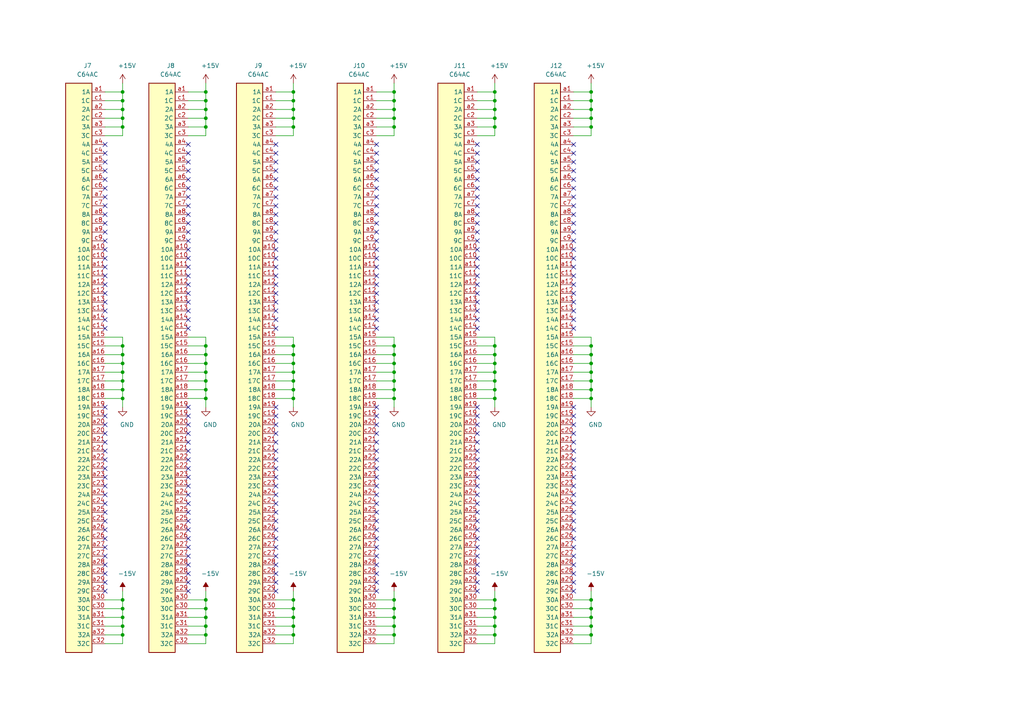
<source format=kicad_sch>
(kicad_sch (version 20230121) (generator eeschema)
  (paper "A4")
  (title_block (title "19\" DIN 41612 Backplane") (date "2020-12-05") (rev "v1.0.0") (comment 1 "Copyright (©) 2020, Patrick Baus <patrick.baus@physik.tu-darmstadt.de>") (comment 2 "Licensed under CERN OHL v.1.2"))
  (lib_symbols
    (symbol "Connector_DIN:C64AC"
      (property "Reference" "J" (at 0 85.09 0))
      (property "Value" "C64AC" (at 6.35 1.27 90))
      (symbol "C64AC_0_1"
        (rectangle (start -3.81 -81.28) (end 3.81 83.82) (stroke (width 0.254)) (fill (type background)))
      )
      (symbol "C64AC_1_1"
        (pin passive line (at -7.62 81.28 0) (length 3.81) (name "1A") (number "a1"))
        (pin passive line (at -7.62 35.56 0) (length 3.81) (name "10A") (number "a10"))
        (pin passive line (at -7.62 30.48 0) (length 3.81) (name "11A") (number "a11"))
        (pin passive line (at -7.62 25.4 0) (length 3.81) (name "12A") (number "a12"))
        (pin passive line (at -7.62 20.32 0) (length 3.81) (name "13A") (number "a13"))
        (pin passive line (at -7.62 15.24 0) (length 3.81) (name "14A") (number "a14"))
        (pin passive line (at -7.62 10.16 0) (length 3.81) (name "15A") (number "a15"))
        (pin passive line (at -7.62 5.08 0) (length 3.81) (name "16A") (number "a16"))
        (pin passive line (at -7.62 0 0) (length 3.81) (name "17A") (number "a17"))
        (pin passive line (at -7.62 -5.08 0) (length 3.81) (name "18A") (number "a18"))
        (pin passive line (at -7.62 -10.16 0) (length 3.81) (name "19A") (number "a19"))
        (pin passive line (at -7.62 76.2 0) (length 3.81) (name "2A") (number "a2"))
        (pin passive line (at -7.62 -15.24 0) (length 3.81) (name "20A") (number "a20"))
        (pin passive line (at -7.62 -20.32 0) (length 3.81) (name "21A") (number "a21"))
        (pin passive line (at -7.62 -25.4 0) (length 3.81) (name "22A") (number "a22"))
        (pin passive line (at -7.62 -30.48 0) (length 3.81) (name "23A") (number "a23"))
        (pin passive line (at -7.62 -35.56 0) (length 3.81) (name "24A") (number "a24"))
        (pin passive line (at -7.62 -40.64 0) (length 3.81) (name "25A") (number "a25"))
        (pin passive line (at -7.62 -45.72 0) (length 3.81) (name "26A") (number "a26"))
        (pin passive line (at -7.62 -50.8 0) (length 3.81) (name "27A") (number "a27"))
        (pin passive line (at -7.62 -55.88 0) (length 3.81) (name "28A") (number "a28"))
        (pin passive line (at -7.62 -60.96 0) (length 3.81) (name "29A") (number "a29"))
        (pin passive line (at -7.62 71.12 0) (length 3.81) (name "3A") (number "a3"))
        (pin passive line (at -7.62 -66.04 0) (length 3.81) (name "30A") (number "a30"))
        (pin passive line (at -7.62 -71.12 0) (length 3.81) (name "31A") (number "a31"))
        (pin passive line (at -7.62 -76.2 0) (length 3.81) (name "32A") (number "a32"))
        (pin passive line (at -7.62 66.04 0) (length 3.81) (name "4A") (number "a4"))
        (pin passive line (at -7.62 60.96 0) (length 3.81) (name "5A") (number "a5"))
        (pin passive line (at -7.62 55.88 0) (length 3.81) (name "6A") (number "a6"))
        (pin passive line (at -7.62 50.8 0) (length 3.81) (name "7A") (number "a7"))
        (pin passive line (at -7.62 45.72 0) (length 3.81) (name "8A") (number "a8"))
        (pin passive line (at -7.62 40.64 0) (length 3.81) (name "9A") (number "a9"))
        (pin passive line (at -7.62 78.74 0) (length 3.81) (name "1C") (number "c1"))
        (pin passive line (at -7.62 33.02 0) (length 3.81) (name "10C") (number "c10"))
        (pin passive line (at -7.62 27.94 0) (length 3.81) (name "11C") (number "c11"))
        (pin passive line (at -7.62 22.86 0) (length 3.81) (name "12C") (number "c12"))
        (pin passive line (at -7.62 17.78 0) (length 3.81) (name "13C") (number "c13"))
        (pin passive line (at -7.62 12.7 0) (length 3.81) (name "14C") (number "c14"))
        (pin passive line (at -7.62 7.62 0) (length 3.81) (name "15C") (number "c15"))
        (pin passive line (at -7.62 2.54 0) (length 3.81) (name "16C") (number "c16"))
        (pin passive line (at -7.62 -2.54 0) (length 3.81) (name "17C") (number "c17"))
        (pin passive line (at -7.62 -7.62 0) (length 3.81) (name "18C") (number "c18"))
        (pin passive line (at -7.62 -12.7 0) (length 3.81) (name "19C") (number "c19"))
        (pin passive line (at -7.62 73.66 0) (length 3.81) (name "2C") (number "c2"))
        (pin passive line (at -7.62 -17.78 0) (length 3.81) (name "20C") (number "c20"))
        (pin passive line (at -7.62 -22.86 0) (length 3.81) (name "21C") (number "c21"))
        (pin passive line (at -7.62 -27.94 0) (length 3.81) (name "22C") (number "c22"))
        (pin passive line (at -7.62 -33.02 0) (length 3.81) (name "23C") (number "c23"))
        (pin passive line (at -7.62 -38.1 0) (length 3.81) (name "24C") (number "c24"))
        (pin passive line (at -7.62 -43.18 0) (length 3.81) (name "25C") (number "c25"))
        (pin passive line (at -7.62 -48.26 0) (length 3.81) (name "26C") (number "c26"))
        (pin passive line (at -7.62 -53.34 0) (length 3.81) (name "27C") (number "c27"))
        (pin passive line (at -7.62 -58.42 0) (length 3.81) (name "28C") (number "c28"))
        (pin passive line (at -7.62 -63.5 0) (length 3.81) (name "29C") (number "c29"))
        (pin passive line (at -7.62 68.58 0) (length 3.81) (name "3C") (number "c3"))
        (pin passive line (at -7.62 -68.58 0) (length 3.81) (name "30C") (number "c30"))
        (pin passive line (at -7.62 -73.66 0) (length 3.81) (name "31C") (number "c31"))
        (pin passive line (at -7.62 -78.74 0) (length 3.81) (name "32C") (number "c32"))
        (pin passive line (at -7.62 63.5 0) (length 3.81) (name "4C") (number "c4"))
        (pin passive line (at -7.62 58.42 0) (length 3.81) (name "5C") (number "c5"))
        (pin passive line (at -7.62 53.34 0) (length 3.81) (name "6C") (number "c6"))
        (pin passive line (at -7.62 48.26 0) (length 3.81) (name "7C") (number "c7"))
        (pin passive line (at -7.62 43.18 0) (length 3.81) (name "8C") (number "c8"))
        (pin passive line (at -7.62 38.1 0) (length 3.81) (name "9C") (number "c9"))
      )
    )
    (symbol "power:+15V" (power) (pin_names (offset 0))
      (property "Value" "+15V" (at 0 3.556 0))
      (symbol "+15V_0_1"
        (polyline (pts (xy -0.762 1.27) (xy 0 2.54)))
        (polyline (pts (xy 0 0) (xy 0 2.54)))
        (polyline (pts (xy 0 2.54) (xy 0.762 1.27)))
      )
      (symbol "+15V_1_1"
        (pin power_in line (at 0 0 90) (length 0) hide (name "+15V") (number "1"))
      )
    )
    (symbol "power:-15V" (power) (pin_names (offset 0))
      (property "Value" "-15V" (at 0 3.81 0))
      (symbol "-15V_0_0"
        (pin power_in line (at 0 0 90) (length 0) hide (name "-15V") (number "1"))
      )
      (symbol "-15V_0_1"
        (polyline (pts (xy 0 0) (xy 0 1.27) (xy 0.762 1.27) (xy 0 2.54) (xy -0.762 1.27) (xy 0 1.27)) (fill (type outline)))
      )
    )
    (symbol "power:GND" (power) (pin_names (offset 0))
      (property "Value" "GND" (at 0 -3.81 0))
      (symbol "GND_0_1"
        (polyline (pts (xy 0 0) (xy 0 -1.27) (xy 1.27 -1.27) (xy 0 -2.54) (xy -1.27 -1.27) (xy 0 -1.27)))
      )
      (symbol "GND_1_1"
        (pin power_in line (at 0 0 270) (length 0) hide (name "GND") (number "1"))
      )
    )
  )
  (junction (at 85.09 115.57))
  (junction (at 85.09 176.53))
  (junction (at 35.56 184.15))
  (junction (at 35.56 110.49))
  (junction (at 59.69 105.41))
  (junction (at 171.45 110.49))
  (junction (at 171.45 26.67))
  (junction (at 114.3 29.21))
  (junction (at 35.56 34.29))
  (junction (at 171.45 173.99))
  (junction (at 114.3 176.53))
  (junction (at 171.45 36.83))
  (junction (at 143.51 105.41))
  (junction (at 85.09 26.67))
  (junction (at 143.51 113.03))
  (junction (at 35.56 26.67))
  (junction (at 171.45 181.61))
  (junction (at 85.09 184.15))
  (junction (at 35.56 102.87))
  (junction (at 35.56 36.83))
  (junction (at 85.09 173.99))
  (junction (at 85.09 107.95))
  (junction (at 59.69 31.75))
  (junction (at 171.45 184.15))
  (junction (at 59.69 181.61))
  (junction (at 85.09 34.29))
  (junction (at 59.69 26.67))
  (junction (at 171.45 113.03))
  (junction (at 59.69 115.57))
  (junction (at 171.45 34.29))
  (junction (at 143.51 102.87))
  (junction (at 114.3 100.33))
  (junction (at 85.09 105.41))
  (junction (at 114.3 105.41))
  (junction (at 59.69 113.03))
  (junction (at 114.3 115.57))
  (junction (at 114.3 173.99))
  (junction (at 171.45 176.53))
  (junction (at 35.56 176.53))
  (junction (at 171.45 31.75))
  (junction (at 59.69 173.99))
  (junction (at 35.56 179.07))
  (junction (at 143.51 26.67))
  (junction (at 59.69 100.33))
  (junction (at 171.45 105.41))
  (junction (at 35.56 107.95))
  (junction (at 35.56 100.33))
  (junction (at 114.3 184.15))
  (junction (at 59.69 110.49))
  (junction (at 171.45 100.33))
  (junction (at 59.69 176.53))
  (junction (at 59.69 107.95))
  (junction (at 143.51 36.83))
  (junction (at 59.69 29.21))
  (junction (at 35.56 115.57))
  (junction (at 35.56 173.99))
  (junction (at 114.3 113.03))
  (junction (at 114.3 102.87))
  (junction (at 171.45 107.95))
  (junction (at 35.56 105.41))
  (junction (at 35.56 113.03))
  (junction (at 171.45 102.87))
  (junction (at 114.3 34.29))
  (junction (at 59.69 102.87))
  (junction (at 35.56 29.21))
  (junction (at 85.09 110.49))
  (junction (at 143.51 179.07))
  (junction (at 143.51 110.49))
  (junction (at 114.3 179.07))
  (junction (at 143.51 34.29))
  (junction (at 85.09 113.03))
  (junction (at 143.51 31.75))
  (junction (at 114.3 181.61))
  (junction (at 85.09 100.33))
  (junction (at 114.3 26.67))
  (junction (at 171.45 179.07))
  (junction (at 143.51 115.57))
  (junction (at 143.51 107.95))
  (junction (at 143.51 176.53))
  (junction (at 143.51 184.15))
  (junction (at 85.09 102.87))
  (junction (at 59.69 36.83))
  (junction (at 85.09 36.83))
  (junction (at 59.69 184.15))
  (junction (at 85.09 179.07))
  (junction (at 85.09 29.21))
  (junction (at 114.3 107.95))
  (junction (at 143.51 181.61))
  (junction (at 114.3 36.83))
  (junction (at 143.51 173.99))
  (junction (at 59.69 34.29))
  (junction (at 59.69 179.07))
  (junction (at 35.56 31.75))
  (junction (at 171.45 29.21))
  (junction (at 114.3 110.49))
  (junction (at 114.3 31.75))
  (junction (at 85.09 31.75))
  (junction (at 85.09 181.61))
  (junction (at 143.51 100.33))
  (junction (at 35.56 181.61))
  (junction (at 171.45 115.57))
  (junction (at 143.51 29.21))
  (no_connect (at 166.37 148.59))
  (no_connect (at 30.48 156.21))
  (no_connect (at 109.22 140.97))
  (no_connect (at 109.22 49.53))
  (no_connect (at 30.48 44.45))
  (no_connect (at 80.01 125.73))
  (no_connect (at 138.43 125.73))
  (no_connect (at 138.43 138.43))
  (no_connect (at 54.61 77.47))
  (no_connect (at 109.22 156.21))
  (no_connect (at 30.48 125.73))
  (no_connect (at 54.61 146.05))
  (no_connect (at 138.43 128.27))
  (no_connect (at 80.01 80.01))
  (no_connect (at 54.61 151.13))
  (no_connect (at 80.01 52.07))
  (no_connect (at 80.01 72.39))
  (no_connect (at 30.48 153.67))
  (no_connect (at 30.48 151.13))
  (no_connect (at 109.22 80.01))
  (no_connect (at 166.37 67.31))
  (no_connect (at 54.61 41.91))
  (no_connect (at 166.37 133.35))
  (no_connect (at 54.61 168.91))
  (no_connect (at 109.22 74.93))
  (no_connect (at 109.22 125.73))
  (no_connect (at 54.61 171.45))
  (no_connect (at 30.48 69.85))
  (no_connect (at 80.01 59.69))
  (no_connect (at 166.37 95.25))
  (no_connect (at 30.48 46.99))
  (no_connect (at 80.01 156.21))
  (no_connect (at 166.37 143.51))
  (no_connect (at 30.48 118.11))
  (no_connect (at 109.22 85.09))
  (no_connect (at 166.37 90.17))
  (no_connect (at 80.01 171.45))
  (no_connect (at 30.48 54.61))
  (no_connect (at 166.37 85.09))
  (no_connect (at 109.22 138.43))
  (no_connect (at 30.48 161.29))
  (no_connect (at 109.22 69.85))
  (no_connect (at 138.43 41.91))
  (no_connect (at 138.43 69.85))
  (no_connect (at 30.48 148.59))
  (no_connect (at 109.22 146.05))
  (no_connect (at 109.22 130.81))
  (no_connect (at 166.37 168.91))
  (no_connect (at 109.22 62.23))
  (no_connect (at 109.22 148.59))
  (no_connect (at 54.61 143.51))
  (no_connect (at 54.61 92.71))
  (no_connect (at 109.22 54.61))
  (no_connect (at 54.61 123.19))
  (no_connect (at 30.48 133.35))
  (no_connect (at 138.43 54.61))
  (no_connect (at 54.61 135.89))
  (no_connect (at 80.01 120.65))
  (no_connect (at 166.37 171.45))
  (no_connect (at 166.37 87.63))
  (no_connect (at 138.43 72.39))
  (no_connect (at 54.61 133.35))
  (no_connect (at 30.48 64.77))
  (no_connect (at 166.37 77.47))
  (no_connect (at 166.37 140.97))
  (no_connect (at 54.61 57.15))
  (no_connect (at 138.43 49.53))
  (no_connect (at 109.22 135.89))
  (no_connect (at 109.22 151.13))
  (no_connect (at 109.22 46.99))
  (no_connect (at 80.01 140.97))
  (no_connect (at 54.61 140.97))
  (no_connect (at 80.01 49.53))
  (no_connect (at 138.43 118.11))
  (no_connect (at 138.43 77.47))
  (no_connect (at 138.43 133.35))
  (no_connect (at 80.01 168.91))
  (no_connect (at 54.61 59.69))
  (no_connect (at 109.22 118.11))
  (no_connect (at 166.37 125.73))
  (no_connect (at 54.61 130.81))
  (no_connect (at 54.61 64.77))
  (no_connect (at 54.61 153.67))
  (no_connect (at 80.01 95.25))
  (no_connect (at 109.22 166.37))
  (no_connect (at 54.61 44.45))
  (no_connect (at 80.01 161.29))
  (no_connect (at 138.43 130.81))
  (no_connect (at 80.01 67.31))
  (no_connect (at 109.22 171.45))
  (no_connect (at 80.01 41.91))
  (no_connect (at 138.43 171.45))
  (no_connect (at 54.61 69.85))
  (no_connect (at 166.37 64.77))
  (no_connect (at 80.01 151.13))
  (no_connect (at 30.48 92.71))
  (no_connect (at 166.37 80.01))
  (no_connect (at 54.61 148.59))
  (no_connect (at 30.48 163.83))
  (no_connect (at 109.22 64.77))
  (no_connect (at 166.37 158.75))
  (no_connect (at 109.22 92.71))
  (no_connect (at 80.01 143.51))
  (no_connect (at 138.43 168.91))
  (no_connect (at 54.61 87.63))
  (no_connect (at 166.37 153.67))
  (no_connect (at 109.22 123.19))
  (no_connect (at 138.43 90.17))
  (no_connect (at 30.48 72.39))
  (no_connect (at 54.61 82.55))
  (no_connect (at 109.22 41.91))
  (no_connect (at 166.37 156.21))
  (no_connect (at 109.22 120.65))
  (no_connect (at 80.01 130.81))
  (no_connect (at 30.48 146.05))
  (no_connect (at 80.01 62.23))
  (no_connect (at 138.43 59.69))
  (no_connect (at 30.48 130.81))
  (no_connect (at 30.48 57.15))
  (no_connect (at 30.48 140.97))
  (no_connect (at 138.43 161.29))
  (no_connect (at 80.01 69.85))
  (no_connect (at 54.61 95.25))
  (no_connect (at 30.48 168.91))
  (no_connect (at 109.22 128.27))
  (no_connect (at 54.61 54.61))
  (no_connect (at 138.43 62.23))
  (no_connect (at 138.43 67.31))
  (no_connect (at 109.22 59.69))
  (no_connect (at 30.48 41.91))
  (no_connect (at 138.43 156.21))
  (no_connect (at 30.48 85.09))
  (no_connect (at 30.48 171.45))
  (no_connect (at 166.37 49.53))
  (no_connect (at 30.48 52.07))
  (no_connect (at 30.48 123.19))
  (no_connect (at 138.43 148.59))
  (no_connect (at 30.48 90.17))
  (no_connect (at 80.01 85.09))
  (no_connect (at 138.43 120.65))
  (no_connect (at 80.01 133.35))
  (no_connect (at 109.22 67.31))
  (no_connect (at 54.61 156.21))
  (no_connect (at 80.01 166.37))
  (no_connect (at 109.22 133.35))
  (no_connect (at 166.37 138.43))
  (no_connect (at 166.37 118.11))
  (no_connect (at 30.48 62.23))
  (no_connect (at 138.43 82.55))
  (no_connect (at 166.37 69.85))
  (no_connect (at 166.37 57.15))
  (no_connect (at 54.61 80.01))
  (no_connect (at 30.48 80.01))
  (no_connect (at 109.22 44.45))
  (no_connect (at 30.48 77.47))
  (no_connect (at 80.01 46.99))
  (no_connect (at 109.22 143.51))
  (no_connect (at 80.01 138.43))
  (no_connect (at 30.48 95.25))
  (no_connect (at 166.37 120.65))
  (no_connect (at 54.61 90.17))
  (no_connect (at 138.43 163.83))
  (no_connect (at 166.37 44.45))
  (no_connect (at 109.22 163.83))
  (no_connect (at 138.43 123.19))
  (no_connect (at 30.48 166.37))
  (no_connect (at 30.48 135.89))
  (no_connect (at 80.01 82.55))
  (no_connect (at 80.01 153.67))
  (no_connect (at 54.61 72.39))
  (no_connect (at 80.01 44.45))
  (no_connect (at 166.37 130.81))
  (no_connect (at 109.22 158.75))
  (no_connect (at 109.22 95.25))
  (no_connect (at 30.48 59.69))
  (no_connect (at 80.01 57.15))
  (no_connect (at 30.48 74.93))
  (no_connect (at 54.61 52.07))
  (no_connect (at 138.43 135.89))
  (no_connect (at 54.61 62.23))
  (no_connect (at 138.43 52.07))
  (no_connect (at 54.61 49.53))
  (no_connect (at 166.37 123.19))
  (no_connect (at 166.37 41.91))
  (no_connect (at 138.43 92.71))
  (no_connect (at 80.01 92.71))
  (no_connect (at 166.37 161.29))
  (no_connect (at 109.22 87.63))
  (no_connect (at 80.01 163.83))
  (no_connect (at 30.48 82.55))
  (no_connect (at 80.01 123.19))
  (no_connect (at 54.61 74.93))
  (no_connect (at 166.37 52.07))
  (no_connect (at 80.01 158.75))
  (no_connect (at 30.48 120.65))
  (no_connect (at 109.22 168.91))
  (no_connect (at 54.61 163.83))
  (no_connect (at 138.43 153.67))
  (no_connect (at 166.37 163.83))
  (no_connect (at 30.48 143.51))
  (no_connect (at 166.37 166.37))
  (no_connect (at 138.43 158.75))
  (no_connect (at 166.37 59.69))
  (no_connect (at 166.37 146.05))
  (no_connect (at 109.22 52.07))
  (no_connect (at 80.01 54.61))
  (no_connect (at 109.22 57.15))
  (no_connect (at 109.22 82.55))
  (no_connect (at 166.37 82.55))
  (no_connect (at 30.48 128.27))
  (no_connect (at 54.61 161.29))
  (no_connect (at 30.48 87.63))
  (no_connect (at 138.43 74.93))
  (no_connect (at 166.37 72.39))
  (no_connect (at 138.43 64.77))
  (no_connect (at 109.22 153.67))
  (no_connect (at 54.61 158.75))
  (no_connect (at 54.61 128.27))
  (no_connect (at 30.48 138.43))
  (no_connect (at 138.43 46.99))
  (no_connect (at 30.48 49.53))
  (no_connect (at 80.01 148.59))
  (no_connect (at 138.43 87.63))
  (no_connect (at 166.37 46.99))
  (no_connect (at 54.61 120.65))
  (no_connect (at 109.22 90.17))
  (no_connect (at 54.61 46.99))
  (no_connect (at 138.43 80.01))
  (no_connect (at 166.37 151.13))
  (no_connect (at 80.01 87.63))
  (no_connect (at 166.37 62.23))
  (no_connect (at 109.22 72.39))
  (no_connect (at 54.61 67.31))
  (no_connect (at 138.43 166.37))
  (no_connect (at 54.61 138.43))
  (no_connect (at 54.61 118.11))
  (no_connect (at 138.43 95.25))
  (no_connect (at 138.43 146.05))
  (no_connect (at 30.48 158.75))
  (no_connect (at 80.01 135.89))
  (no_connect (at 80.01 77.47))
  (no_connect (at 166.37 135.89))
  (no_connect (at 109.22 77.47))
  (no_connect (at 80.01 146.05))
  (no_connect (at 109.22 161.29))
  (no_connect (at 54.61 85.09))
  (no_connect (at 80.01 64.77))
  (no_connect (at 54.61 166.37))
  (no_connect (at 80.01 128.27))
  (no_connect (at 80.01 90.17))
  (no_connect (at 138.43 143.51))
  (no_connect (at 30.48 67.31))
  (no_connect (at 166.37 128.27))
  (no_connect (at 138.43 140.97))
  (no_connect (at 166.37 92.71))
  (no_connect (at 80.01 74.93))
  (no_connect (at 80.01 118.11))
  (no_connect (at 138.43 85.09))
  (no_connect (at 138.43 44.45))
  (no_connect (at 54.61 125.73))
  (no_connect (at 166.37 54.61))
  (no_connect (at 138.43 151.13))
  (no_connect (at 138.43 57.15))
  (no_connect (at 166.37 74.93))
  (wire (pts (xy 114.3 186.69) (xy 114.3 184.15)))
  (wire (pts (xy 35.56 97.79) (xy 35.56 100.33)))
  (wire (pts (xy 80.01 34.29) (xy 85.09 34.29)))
  (wire (pts (xy 59.69 105.41) (xy 59.69 107.95)))
  (wire (pts (xy 138.43 179.07) (xy 143.51 179.07)))
  (wire (pts (xy 171.45 102.87) (xy 171.45 105.41)))
  (wire (pts (xy 138.43 26.67) (xy 143.51 26.67)))
  (wire (pts (xy 138.43 31.75) (xy 143.51 31.75)))
  (wire (pts (xy 54.61 39.37) (xy 59.69 39.37)))
  (wire (pts (xy 80.01 26.67) (xy 85.09 26.67)))
  (wire (pts (xy 171.45 173.99) (xy 171.45 171.45)))
  (wire (pts (xy 85.09 29.21) (xy 85.09 31.75)))
  (wire (pts (xy 171.45 186.69) (xy 171.45 184.15)))
  (wire (pts (xy 143.51 39.37) (xy 143.51 36.83)))
  (wire (pts (xy 85.09 102.87) (xy 85.09 105.41)))
  (wire (pts (xy 143.51 115.57) (xy 143.51 118.11)))
  (wire (pts (xy 35.56 113.03) (xy 35.56 110.49)))
  (wire (pts (xy 85.09 173.99) (xy 85.09 171.45)))
  (wire (pts (xy 85.09 36.83) (xy 85.09 34.29)))
  (wire (pts (xy 54.61 176.53) (xy 59.69 176.53)))
  (wire (pts (xy 109.22 176.53) (xy 114.3 176.53)))
  (wire (pts (xy 138.43 102.87) (xy 143.51 102.87)))
  (wire (pts (xy 166.37 39.37) (xy 171.45 39.37)))
  (wire (pts (xy 109.22 97.79) (xy 114.3 97.79)))
  (wire (pts (xy 143.51 113.03) (xy 143.51 110.49)))
  (wire (pts (xy 109.22 36.83) (xy 114.3 36.83)))
  (wire (pts (xy 171.45 97.79) (xy 171.45 100.33)))
  (wire (pts (xy 59.69 173.99) (xy 59.69 171.45)))
  (wire (pts (xy 80.01 115.57) (xy 85.09 115.57)))
  (wire (pts (xy 35.56 173.99) (xy 35.56 171.45)))
  (wire (pts (xy 143.51 26.67) (xy 143.51 29.21)))
  (wire (pts (xy 143.51 176.53) (xy 143.51 173.99)))
  (wire (pts (xy 59.69 97.79) (xy 59.69 100.33)))
  (wire (pts (xy 54.61 107.95) (xy 59.69 107.95)))
  (wire (pts (xy 143.51 34.29) (xy 143.51 31.75)))
  (wire (pts (xy 109.22 34.29) (xy 114.3 34.29)))
  (wire (pts (xy 54.61 179.07) (xy 59.69 179.07)))
  (wire (pts (xy 80.01 184.15) (xy 85.09 184.15)))
  (wire (pts (xy 109.22 39.37) (xy 114.3 39.37)))
  (wire (pts (xy 30.48 107.95) (xy 35.56 107.95)))
  (wire (pts (xy 166.37 100.33) (xy 171.45 100.33)))
  (wire (pts (xy 114.3 115.57) (xy 114.3 118.11)))
  (wire (pts (xy 85.09 105.41) (xy 85.09 107.95)))
  (wire (pts (xy 54.61 26.67) (xy 59.69 26.67)))
  (wire (pts (xy 114.3 113.03) (xy 114.3 110.49)))
  (wire (pts (xy 30.48 36.83) (xy 35.56 36.83)))
  (wire (pts (xy 85.09 115.57) (xy 85.09 118.11)))
  (wire (pts (xy 143.51 26.67) (xy 143.51 24.13)))
  (wire (pts (xy 35.56 115.57) (xy 35.56 118.11)))
  (wire (pts (xy 143.51 186.69) (xy 143.51 184.15)))
  (wire (pts (xy 109.22 115.57) (xy 114.3 115.57)))
  (wire (pts (xy 85.09 181.61) (xy 85.09 179.07)))
  (wire (pts (xy 166.37 115.57) (xy 171.45 115.57)))
  (wire (pts (xy 30.48 39.37) (xy 35.56 39.37)))
  (wire (pts (xy 171.45 100.33) (xy 171.45 102.87)))
  (wire (pts (xy 59.69 34.29) (xy 59.69 31.75)))
  (wire (pts (xy 143.51 181.61) (xy 143.51 179.07)))
  (wire (pts (xy 171.45 105.41) (xy 171.45 107.95)))
  (wire (pts (xy 138.43 39.37) (xy 143.51 39.37)))
  (wire (pts (xy 138.43 97.79) (xy 143.51 97.79)))
  (wire (pts (xy 80.01 39.37) (xy 85.09 39.37)))
  (wire (pts (xy 30.48 179.07) (xy 35.56 179.07)))
  (wire (pts (xy 114.3 107.95) (xy 114.3 110.49)))
  (wire (pts (xy 30.48 100.33) (xy 35.56 100.33)))
  (wire (pts (xy 143.51 100.33) (xy 143.51 102.87)))
  (wire (pts (xy 80.01 176.53) (xy 85.09 176.53)))
  (wire (pts (xy 171.45 26.67) (xy 171.45 24.13)))
  (wire (pts (xy 80.01 31.75) (xy 85.09 31.75)))
  (wire (pts (xy 35.56 39.37) (xy 35.56 36.83)))
  (wire (pts (xy 30.48 176.53) (xy 35.56 176.53)))
  (wire (pts (xy 54.61 100.33) (xy 59.69 100.33)))
  (wire (pts (xy 54.61 115.57) (xy 59.69 115.57)))
  (wire (pts (xy 138.43 105.41) (xy 143.51 105.41)))
  (wire (pts (xy 171.45 113.03) (xy 171.45 110.49)))
  (wire (pts (xy 30.48 105.41) (xy 35.56 105.41)))
  (wire (pts (xy 80.01 179.07) (xy 85.09 179.07)))
  (wire (pts (xy 109.22 107.95) (xy 114.3 107.95)))
  (wire (pts (xy 109.22 173.99) (xy 114.3 173.99)))
  (wire (pts (xy 59.69 110.49) (xy 54.61 110.49)))
  (wire (pts (xy 114.3 97.79) (xy 114.3 100.33)))
  (wire (pts (xy 166.37 181.61) (xy 171.45 181.61)))
  (wire (pts (xy 143.51 29.21) (xy 143.51 31.75)))
  (wire (pts (xy 171.45 110.49) (xy 166.37 110.49)))
  (wire (pts (xy 35.56 184.15) (xy 35.56 181.61)))
  (wire (pts (xy 138.43 34.29) (xy 143.51 34.29)))
  (wire (pts (xy 54.61 181.61) (xy 59.69 181.61)))
  (wire (pts (xy 80.01 186.69) (xy 85.09 186.69)))
  (wire (pts (xy 143.51 107.95) (xy 143.51 110.49)))
  (wire (pts (xy 35.56 26.67) (xy 35.56 24.13)))
  (wire (pts (xy 59.69 176.53) (xy 59.69 173.99)))
  (wire (pts (xy 109.22 100.33) (xy 114.3 100.33)))
  (wire (pts (xy 30.48 115.57) (xy 35.56 115.57)))
  (wire (pts (xy 114.3 179.07) (xy 114.3 176.53)))
  (wire (pts (xy 35.56 29.21) (xy 35.56 31.75)))
  (wire (pts (xy 85.09 179.07) (xy 85.09 176.53)))
  (wire (pts (xy 143.51 105.41) (xy 143.51 107.95)))
  (wire (pts (xy 166.37 173.99) (xy 171.45 173.99)))
  (wire (pts (xy 30.48 29.21) (xy 35.56 29.21)))
  (wire (pts (xy 35.56 102.87) (xy 35.56 105.41)))
  (wire (pts (xy 143.51 36.83) (xy 143.51 34.29)))
  (wire (pts (xy 171.45 181.61) (xy 171.45 179.07)))
  (wire (pts (xy 85.09 184.15) (xy 85.09 181.61)))
  (wire (pts (xy 114.3 36.83) (xy 114.3 34.29)))
  (wire (pts (xy 109.22 179.07) (xy 114.3 179.07)))
  (wire (pts (xy 80.01 97.79) (xy 85.09 97.79)))
  (wire (pts (xy 138.43 113.03) (xy 143.51 113.03)))
  (wire (pts (xy 80.01 173.99) (xy 85.09 173.99)))
  (wire (pts (xy 143.51 102.87) (xy 143.51 105.41)))
  (wire (pts (xy 166.37 102.87) (xy 171.45 102.87)))
  (wire (pts (xy 114.3 110.49) (xy 109.22 110.49)))
  (wire (pts (xy 54.61 184.15) (xy 59.69 184.15)))
  (wire (pts (xy 171.45 115.57) (xy 171.45 118.11)))
  (wire (pts (xy 59.69 186.69) (xy 59.69 184.15)))
  (wire (pts (xy 85.09 97.79) (xy 85.09 100.33)))
  (wire (pts (xy 109.22 181.61) (xy 114.3 181.61)))
  (wire (pts (xy 80.01 29.21) (xy 85.09 29.21)))
  (wire (pts (xy 109.22 113.03) (xy 114.3 113.03)))
  (wire (pts (xy 85.09 107.95) (xy 85.09 110.49)))
  (wire (pts (xy 59.69 107.95) (xy 59.69 110.49)))
  (wire (pts (xy 114.3 181.61) (xy 114.3 179.07)))
  (wire (pts (xy 114.3 39.37) (xy 114.3 36.83)))
  (wire (pts (xy 54.61 31.75) (xy 59.69 31.75)))
  (wire (pts (xy 114.3 113.03) (xy 114.3 115.57)))
  (wire (pts (xy 59.69 115.57) (xy 59.69 118.11)))
  (wire (pts (xy 114.3 102.87) (xy 114.3 105.41)))
  (wire (pts (xy 59.69 36.83) (xy 59.69 34.29)))
  (wire (pts (xy 109.22 26.67) (xy 114.3 26.67)))
  (wire (pts (xy 30.48 113.03) (xy 35.56 113.03)))
  (wire (pts (xy 166.37 34.29) (xy 171.45 34.29)))
  (wire (pts (xy 59.69 113.03) (xy 59.69 110.49)))
  (wire (pts (xy 109.22 31.75) (xy 114.3 31.75)))
  (wire (pts (xy 30.48 97.79) (xy 35.56 97.79)))
  (wire (pts (xy 166.37 176.53) (xy 171.45 176.53)))
  (wire (pts (xy 35.56 36.83) (xy 35.56 34.29)))
  (wire (pts (xy 35.56 186.69) (xy 35.56 184.15)))
  (wire (pts (xy 80.01 113.03) (xy 85.09 113.03)))
  (wire (pts (xy 143.51 97.79) (xy 143.51 100.33)))
  (wire (pts (xy 166.37 184.15) (xy 171.45 184.15)))
  (wire (pts (xy 35.56 113.03) (xy 35.56 115.57)))
  (wire (pts (xy 35.56 100.33) (xy 35.56 102.87)))
  (wire (pts (xy 138.43 186.69) (xy 143.51 186.69)))
  (wire (pts (xy 114.3 29.21) (xy 114.3 31.75)))
  (wire (pts (xy 114.3 173.99) (xy 114.3 171.45)))
  (wire (pts (xy 166.37 105.41) (xy 171.45 105.41)))
  (wire (pts (xy 138.43 115.57) (xy 143.51 115.57)))
  (wire (pts (xy 166.37 26.67) (xy 171.45 26.67)))
  (wire (pts (xy 85.09 176.53) (xy 85.09 173.99)))
  (wire (pts (xy 59.69 181.61) (xy 59.69 179.07)))
  (wire (pts (xy 80.01 100.33) (xy 85.09 100.33)))
  (wire (pts (xy 54.61 36.83) (xy 59.69 36.83)))
  (wire (pts (xy 35.56 179.07) (xy 35.56 176.53)))
  (wire (pts (xy 35.56 181.61) (xy 35.56 179.07)))
  (wire (pts (xy 143.51 110.49) (xy 138.43 110.49)))
  (wire (pts (xy 166.37 113.03) (xy 171.45 113.03)))
  (wire (pts (xy 171.45 176.53) (xy 171.45 173.99)))
  (wire (pts (xy 54.61 29.21) (xy 59.69 29.21)))
  (wire (pts (xy 59.69 26.67) (xy 59.69 29.21)))
  (wire (pts (xy 138.43 184.15) (xy 143.51 184.15)))
  (wire (pts (xy 114.3 34.29) (xy 114.3 31.75)))
  (wire (pts (xy 171.45 36.83) (xy 171.45 34.29)))
  (wire (pts (xy 166.37 29.21) (xy 171.45 29.21)))
  (wire (pts (xy 85.09 113.03) (xy 85.09 115.57)))
  (wire (pts (xy 114.3 26.67) (xy 114.3 24.13)))
  (wire (pts (xy 59.69 113.03) (xy 59.69 115.57)))
  (wire (pts (xy 109.22 186.69) (xy 114.3 186.69)))
  (wire (pts (xy 138.43 36.83) (xy 143.51 36.83)))
  (wire (pts (xy 80.01 181.61) (xy 85.09 181.61)))
  (wire (pts (xy 35.56 34.29) (xy 35.56 31.75)))
  (wire (pts (xy 35.56 176.53) (xy 35.56 173.99)))
  (wire (pts (xy 54.61 102.87) (xy 59.69 102.87)))
  (wire (pts (xy 30.48 184.15) (xy 35.56 184.15)))
  (wire (pts (xy 85.09 26.67) (xy 85.09 24.13)))
  (wire (pts (xy 85.09 113.03) (xy 85.09 110.49)))
  (wire (pts (xy 143.51 113.03) (xy 143.51 115.57)))
  (wire (pts (xy 166.37 186.69) (xy 171.45 186.69)))
  (wire (pts (xy 138.43 181.61) (xy 143.51 181.61)))
  (wire (pts (xy 59.69 179.07) (xy 59.69 176.53)))
  (wire (pts (xy 171.45 179.07) (xy 171.45 176.53)))
  (wire (pts (xy 114.3 176.53) (xy 114.3 173.99)))
  (wire (pts (xy 171.45 34.29) (xy 171.45 31.75)))
  (wire (pts (xy 171.45 184.15) (xy 171.45 181.61)))
  (wire (pts (xy 143.51 173.99) (xy 143.51 171.45)))
  (wire (pts (xy 85.09 186.69) (xy 85.09 184.15)))
  (wire (pts (xy 138.43 173.99) (xy 143.51 173.99)))
  (wire (pts (xy 35.56 107.95) (xy 35.56 110.49)))
  (wire (pts (xy 166.37 97.79) (xy 171.45 97.79)))
  (wire (pts (xy 166.37 107.95) (xy 171.45 107.95)))
  (wire (pts (xy 59.69 100.33) (xy 59.69 102.87)))
  (wire (pts (xy 166.37 36.83) (xy 171.45 36.83)))
  (wire (pts (xy 59.69 102.87) (xy 59.69 105.41)))
  (wire (pts (xy 35.56 26.67) (xy 35.56 29.21)))
  (wire (pts (xy 138.43 176.53) (xy 143.51 176.53)))
  (wire (pts (xy 30.48 186.69) (xy 35.56 186.69)))
  (wire (pts (xy 35.56 105.41) (xy 35.56 107.95)))
  (wire (pts (xy 138.43 107.95) (xy 143.51 107.95)))
  (wire (pts (xy 171.45 26.67) (xy 171.45 29.21)))
  (wire (pts (xy 109.22 29.21) (xy 114.3 29.21)))
  (wire (pts (xy 54.61 186.69) (xy 59.69 186.69)))
  (wire (pts (xy 109.22 102.87) (xy 114.3 102.87)))
  (wire (pts (xy 30.48 181.61) (xy 35.56 181.61)))
  (wire (pts (xy 114.3 105.41) (xy 114.3 107.95)))
  (wire (pts (xy 80.01 102.87) (xy 85.09 102.87)))
  (wire (pts (xy 171.45 113.03) (xy 171.45 115.57)))
  (wire (pts (xy 109.22 105.41) (xy 114.3 105.41)))
  (wire (pts (xy 30.48 31.75) (xy 35.56 31.75)))
  (wire (pts (xy 54.61 113.03) (xy 59.69 113.03)))
  (wire (pts (xy 85.09 39.37) (xy 85.09 36.83)))
  (wire (pts (xy 80.01 36.83) (xy 85.09 36.83)))
  (wire (pts (xy 85.09 34.29) (xy 85.09 31.75)))
  (wire (pts (xy 59.69 184.15) (xy 59.69 181.61)))
  (wire (pts (xy 54.61 105.41) (xy 59.69 105.41)))
  (wire (pts (xy 30.48 34.29) (xy 35.56 34.29)))
  (wire (pts (xy 138.43 29.21) (xy 143.51 29.21)))
  (wire (pts (xy 143.51 184.15) (xy 143.51 181.61)))
  (wire (pts (xy 114.3 100.33) (xy 114.3 102.87)))
  (wire (pts (xy 80.01 107.95) (xy 85.09 107.95)))
  (wire (pts (xy 143.51 179.07) (xy 143.51 176.53)))
  (wire (pts (xy 30.48 173.99) (xy 35.56 173.99)))
  (wire (pts (xy 59.69 39.37) (xy 59.69 36.83)))
  (wire (pts (xy 80.01 105.41) (xy 85.09 105.41)))
  (wire (pts (xy 171.45 39.37) (xy 171.45 36.83)))
  (wire (pts (xy 85.09 100.33) (xy 85.09 102.87)))
  (wire (pts (xy 54.61 173.99) (xy 59.69 173.99)))
  (wire (pts (xy 166.37 179.07) (xy 171.45 179.07)))
  (wire (pts (xy 171.45 29.21) (xy 171.45 31.75)))
  (wire (pts (xy 166.37 31.75) (xy 171.45 31.75)))
  (wire (pts (xy 54.61 34.29) (xy 59.69 34.29)))
  (wire (pts (xy 59.69 26.67) (xy 59.69 24.13)))
  (wire (pts (xy 30.48 102.87) (xy 35.56 102.87)))
  (wire (pts (xy 30.48 26.67) (xy 35.56 26.67)))
  (wire (pts (xy 114.3 26.67) (xy 114.3 29.21)))
  (wire (pts (xy 171.45 107.95) (xy 171.45 110.49)))
  (wire (pts (xy 114.3 184.15) (xy 114.3 181.61)))
  (wire (pts (xy 85.09 26.67) (xy 85.09 29.21)))
  (wire (pts (xy 109.22 184.15) (xy 114.3 184.15)))
  (wire (pts (xy 35.56 110.49) (xy 30.48 110.49)))
  (wire (pts (xy 85.09 110.49) (xy 80.01 110.49)))
  (wire (pts (xy 59.69 29.21) (xy 59.69 31.75)))
  (wire (pts (xy 138.43 100.33) (xy 143.51 100.33)))
  (wire (pts (xy 54.61 97.79) (xy 59.69 97.79)))
  (symbol (lib_id "Connector_DIN:C64AC") (at 72.39 107.95 0) (mirror y) (unit 1)
    (property "Reference" "J9" (at 74.93 19.05 0))
    (property "Value" "C64AC" (at 74.93 21.59 0))
    (property "Footprint" "Connector_DIN:DIN41612_C_2x32_Female_Vertical_THT" (effects hide))
    (property "Datasheet" " ~" (effects hide))
    (property "MFN" "ept" (effects hide))
    (property "PN" "304-40054-01TH" (effects hide))
    (property "Alternative" "Harting 09032646824" (effects hide))
    (property "Note" "Use performance class 1 (500 mating cycles) or 2 (400 mating cycles), Pin length 2.9mm to 3.4 max" (effects hide))
    (instances (project "main" (path "" (reference "J9") (unit 1)) (path "" (reference "J3") (unit 1))))
  )
  (symbol (lib_id "Connector_DIN:C64AC") (at 130.81 107.95 0) (mirror y) (unit 1)
    (property "Reference" "J11" (at 133.35 19.05 0))
    (property "Value" "C64AC" (at 133.35 21.59 0))
    (property "Footprint" "Connector_DIN:DIN41612_C_2x32_Female_Vertical_THT" (effects hide))
    (property "Datasheet" " ~" (effects hide))
    (property "MFN" "ept" (effects hide))
    (property "PN" "304-40054-01TH" (effects hide))
    (property "Alternative" "Harting 09032646824" (effects hide))
    (property "Note" "Use performance class 1 (500 mating cycles) or 2 (400 mating cycles), Pin length 2.9mm to 3.4 max" (effects hide))
    (instances (project "main" (path "" (reference "J11") (unit 1)) (path "" (reference "J5") (unit 1))))
  )
  (symbol (lib_id "Connector_DIN:C64AC") (at 158.75 107.95 0) (mirror y) (unit 1)
    (property "Reference" "J12" (at 161.29 19.05 0))
    (property "Value" "C64AC" (at 161.29 21.59 0))
    (property "Footprint" "Connector_DIN:DIN41612_C_2x32_Female_Vertical_THT" (effects hide))
    (property "Datasheet" " ~" (effects hide))
    (property "MFN" "ept" (effects hide))
    (property "PN" "304-40054-01TH" (effects hide))
    (property "Alternative" "Harting 09032646824" (effects hide))
    (property "Note" "Use performance class 1 (500 mating cycles) or 2 (400 mating cycles), Pin length 2.9mm to 3.4 max" (effects hide))
    (instances (project "main" (path "" (reference "J12") (unit 1)) (path "" (reference "J6") (unit 1))))
  )
  (symbol (lib_id "power:+15V") (at 143.51 24.13 0) (unit 1)
    (property "Reference" "#PWR0101" (effects hide))
    (property "Value" "+15V" (at 144.78 19.05 0))
    (instances (project "main" (path "" (reference "#PWR0101") (unit 1)) (path "" (reference "#PWR013") (unit 1))))
  )
  (symbol (lib_id "power:+15V") (at 171.45 24.13 0) (unit 1)
    (property "Reference" "#PWR0102" (effects hide))
    (property "Value" "+15V" (at 172.72 19.05 0))
    (instances (project "main" (path "" (reference "#PWR0102") (unit 1)) (path "" (reference "#PWR016") (unit 1))))
  )
  (symbol (lib_id "power:-15V") (at 35.56 171.45 0) (unit 1)
    (property "Reference" "#PWR0103" (effects hide))
    (property "Value" "-15V" (at 36.83 166.37 0))
    (instances (project "main" (path "" (reference "#PWR0103") (unit 1)) (path "" (reference "#PWR03") (unit 1))))
  )
  (symbol (lib_id "power:-15V") (at 59.69 171.45 0) (unit 1)
    (property "Reference" "#PWR0104" (effects hide))
    (property "Value" "-15V" (at 60.96 166.37 0))
    (instances (project "main" (path "" (reference "#PWR0104") (unit 1)) (path "" (reference "#PWR06") (unit 1))))
  )
  (symbol (lib_id "power:-15V") (at 85.09 171.45 0) (unit 1)
    (property "Reference" "#PWR0105" (effects hide))
    (property "Value" "-15V" (at 86.36 166.37 0))
    (instances (project "main" (path "" (reference "#PWR0105") (unit 1)) (path "" (reference "#PWR09") (unit 1))))
  )
  (symbol (lib_id "power:-15V") (at 171.45 171.45 0) (unit 1)
    (property "Reference" "#PWR0108" (effects hide))
    (property "Value" "-15V" (at 172.72 166.37 0))
    (instances (project "main" (path "" (reference "#PWR0108") (unit 1)) (path "" (reference "#PWR018") (unit 1))))
  )
  (symbol (lib_id "power:GND") (at 35.56 118.11 0) (unit 1)
    (property "Reference" "#PWR0109" (effects hide))
    (property "Value" "GND" (at 36.83 123.19 0))
    (instances (project "main" (path "" (reference "#PWR0109") (unit 1)) (path "" (reference "#PWR02") (unit 1))))
  )
  (symbol (lib_id "power:GND") (at 59.69 118.11 0) (unit 1)
    (property "Reference" "#PWR0110" (effects hide))
    (property "Value" "GND" (at 60.96 123.19 0))
    (instances (project "main" (path "" (reference "#PWR0110") (unit 1)) (path "" (reference "#PWR05") (unit 1))))
  )
  (symbol (lib_id "power:GND") (at 114.3 118.11 0) (unit 1)
    (property "Reference" "#PWR0112" (effects hide))
    (property "Value" "GND" (at 115.57 123.19 0))
    (instances (project "main" (path "" (reference "#PWR0112") (unit 1)) (path "" (reference "#PWR011") (unit 1))))
  )
  (symbol (lib_id "power:+15V") (at 114.3 24.13 0) (unit 1)
    (property "Reference" "#PWR0113" (effects hide))
    (property "Value" "+15V" (at 115.57 19.05 0))
    (instances (project "main" (path "" (reference "#PWR0113") (unit 1)) (path "" (reference "#PWR010") (unit 1))))
  )
  (symbol (lib_id "power:+15V") (at 85.09 24.13 0) (unit 1)
    (property "Reference" "#PWR0114" (effects hide))
    (property "Value" "+15V" (at 86.36 19.05 0))
    (instances (project "main" (path "" (reference "#PWR0114") (unit 1)) (path "" (reference "#PWR07") (unit 1))))
  )
  (symbol (lib_id "power:+15V") (at 59.69 24.13 0) (unit 1)
    (property "Reference" "#PWR0115" (effects hide))
    (property "Value" "+15V" (at 60.96 19.05 0))
    (instances (project "main" (path "" (reference "#PWR0115") (unit 1)) (path "" (reference "#PWR04") (unit 1))))
  )
  (symbol (lib_id "power:+15V") (at 35.56 24.13 0) (unit 1)
    (property "Reference" "#PWR0116" (effects hide))
    (property "Value" "+15V" (at 36.83 19.05 0))
    (instances (project "main" (path "" (reference "#PWR0116") (unit 1)) (path "" (reference "#PWR01") (unit 1))))
  )
  (symbol (lib_id "power:GND") (at 171.45 118.11 0) (unit 1)
    (property "Reference" "#PWR0118" (effects hide))
    (property "Value" "GND" (at 172.72 123.19 0))
    (instances (project "main" (path "" (reference "#PWR0118") (unit 1)) (path "" (reference "#PWR017") (unit 1))))
  )
  (symbol (lib_id "Connector_DIN:C64AC") (at 22.86 107.95 0) (mirror y) (unit 1)
    (property "Reference" "J7" (at 25.4 19.05 0))
    (property "Value" "C64AC" (at 25.4 21.59 0))
    (property "Footprint" "Connector_DIN:DIN41612_C_2x32_Female_Vertical_THT" (effects hide))
    (property "Datasheet" " ~" (effects hide))
    (property "MFN" "ept" (effects hide))
    (property "PN" "304-40054-01TH" (effects hide))
    (property "Alternative" "Harting 09032646824" (effects hide))
    (property "Note" "Use performance class 1 (500 mating cycles) or 2 (400 mating cycles), Pin length 2.9mm to 3.4 max" (effects hide))
    (instances (project "main" (path "" (reference "J7") (unit 1)) (path "" (reference "J1") (unit 1))))
  )
  (symbol (lib_id "Connector_DIN:C64AC") (at 46.99 107.95 0) (mirror y) (unit 1)
    (property "Reference" "J8" (at 49.53 19.05 0))
    (property "Value" "C64AC" (at 49.53 21.59 0))
    (property "Footprint" "Connector_DIN:DIN41612_C_2x32_Female_Vertical_THT" (effects hide))
    (property "Datasheet" " ~" (effects hide))
    (property "MFN" "ept" (effects hide))
    (property "PN" "304-40054-01TH" (effects hide))
    (property "Alternative" "Harting 09032646824" (effects hide))
    (property "Note" "Use performance class 1 (500 mating cycles) or 2 (400 mating cycles), Pin length 2.9mm to 3.4 max" (effects hide))
    (instances (project "main" (path "" (reference "J8") (unit 1)) (path "" (reference "J2") (unit 1))))
  )
  (symbol (lib_id "Connector_DIN:C64AC") (at 101.6 107.95 0) (mirror y) (unit 1)
    (property "Reference" "J10" (at 104.14 19.05 0))
    (property "Value" "C64AC" (at 104.14 21.59 0))
    (property "Footprint" "Connector_DIN:DIN41612_C_2x32_Female_Vertical_THT" (effects hide))
    (property "Datasheet" " ~" (effects hide))
    (property "MFN" "ept" (effects hide))
    (property "PN" "304-40054-01TH" (effects hide))
    (property "Alternative" "Harting 09032646824" (effects hide))
    (property "Note" "Use performance class 1 (500 mating cycles) or 2 (400 mating cycles), Pin length 2.9mm to 3.4 max" (effects hide))
    (instances (project "main" (path "" (reference "J10") (unit 1)) (path "" (reference "J4") (unit 1))))
  )
  (symbol (lib_id "power:-15V") (at 114.3 171.45 0) (unit 1)
    (property "Reference" "#PWR0106" (effects hide))
    (property "Value" "-15V" (at 115.57 166.37 0))
    (instances (project "main" (path "" (reference "#PWR0106") (unit 1)) (path "" (reference "#PWR012") (unit 1))))
  )
  (symbol (lib_id "power:-15V") (at 143.51 171.45 0) (unit 1)
    (property "Reference" "#PWR0107" (effects hide))
    (property "Value" "-15V" (at 144.78 166.37 0))
    (instances (project "main" (path "" (reference "#PWR0107") (unit 1)) (path "" (reference "#PWR015") (unit 1))))
  )
  (symbol (lib_id "power:GND") (at 85.09 118.11 0) (unit 1)
    (property "Reference" "#PWR0111" (effects hide))
    (property "Value" "GND" (at 86.36 123.19 0))
    (instances (project "main" (path "" (reference "#PWR0111") (unit 1)) (path "" (reference "#PWR08") (unit 1))))
  )
  (symbol (lib_id "power:GND") (at 143.51 118.11 0) (unit 1)
    (property "Reference" "#PWR0117" (effects hide))
    (property "Value" "GND" (at 144.78 123.19 0))
    (instances (project "main" (path "" (reference "#PWR0117") (unit 1)) (path "" (reference "#PWR014") (unit 1))))
  )
)
</source>
